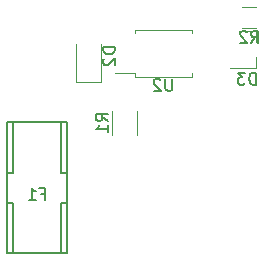
<source format=gbr>
G04 #@! TF.GenerationSoftware,KiCad,Pcbnew,(5.0.2)-1*
G04 #@! TF.CreationDate,2020-01-19T23:31:25+01:00*
G04 #@! TF.ProjectId,loftrelayRound,6c6f6674-7265-46c6-9179-526f756e642e,rev?*
G04 #@! TF.SameCoordinates,Original*
G04 #@! TF.FileFunction,Legend,Bot*
G04 #@! TF.FilePolarity,Positive*
%FSLAX46Y46*%
G04 Gerber Fmt 4.6, Leading zero omitted, Abs format (unit mm)*
G04 Created by KiCad (PCBNEW (5.0.2)-1) date 19/01/2020 23:31:25*
%MOMM*%
%LPD*%
G01*
G04 APERTURE LIST*
%ADD10C,0.120000*%
%ADD11C,0.150000*%
G04 APERTURE END LIST*
D10*
G04 #@! TO.C,R1*
X136090000Y-107236000D02*
X136090000Y-109236000D01*
X138230000Y-109236000D02*
X138230000Y-107236000D01*
G04 #@! TO.C,R2*
X147148000Y-100194000D02*
X148348000Y-100194000D01*
X148348000Y-98434000D02*
X147148000Y-98434000D01*
G04 #@! TO.C,D2*
X133052000Y-104792000D02*
X133052000Y-101592000D01*
X135172000Y-101592000D02*
X135172000Y-104792000D01*
X135172000Y-104792000D02*
X133052000Y-104792000D01*
G04 #@! TO.C,U2*
X142862000Y-104362000D02*
X142862000Y-104062000D01*
X138062000Y-104362000D02*
X142862000Y-104362000D01*
X138062000Y-104062000D02*
X138062000Y-104362000D01*
X138062000Y-100362000D02*
X138062000Y-100662000D01*
X142862000Y-100362000D02*
X138062000Y-100362000D01*
X142862000Y-100662000D02*
X142862000Y-100362000D01*
X138062000Y-104062000D02*
X136362000Y-104062000D01*
G04 #@! TO.C,D3*
X148318000Y-100462000D02*
X148318000Y-101392000D01*
X148318000Y-103622000D02*
X148318000Y-102692000D01*
X148318000Y-103622000D02*
X146158000Y-103622000D01*
X148318000Y-100462000D02*
X146858000Y-100462000D01*
D11*
G04 #@! TO.C,F1*
X127254000Y-119253000D02*
X132334000Y-119253000D01*
X132334000Y-108204000D02*
X127254000Y-108204000D01*
X132334000Y-108204000D02*
X132334000Y-119253000D01*
X127254000Y-119253000D02*
X127254000Y-108204000D01*
X127762000Y-115062000D02*
X127254000Y-115062000D01*
X127762000Y-119253000D02*
X127762000Y-115062000D01*
X131826000Y-115062000D02*
X132334000Y-115062000D01*
X131826000Y-119253000D02*
X131826000Y-115062000D01*
X131826000Y-112522000D02*
X132334000Y-112522000D01*
X131826000Y-108204000D02*
X131826000Y-112522000D01*
X127762000Y-112522000D02*
X127254000Y-112522000D01*
X127762000Y-108204000D02*
X127762000Y-112522000D01*
G04 #@! TO.C,R1*
X135762380Y-108069333D02*
X135286190Y-107736000D01*
X135762380Y-107497904D02*
X134762380Y-107497904D01*
X134762380Y-107878857D01*
X134810000Y-107974095D01*
X134857619Y-108021714D01*
X134952857Y-108069333D01*
X135095714Y-108069333D01*
X135190952Y-108021714D01*
X135238571Y-107974095D01*
X135286190Y-107878857D01*
X135286190Y-107497904D01*
X135762380Y-109021714D02*
X135762380Y-108450285D01*
X135762380Y-108736000D02*
X134762380Y-108736000D01*
X134905238Y-108640761D01*
X135000476Y-108545523D01*
X135048095Y-108450285D01*
G04 #@! TO.C,R2*
X147914666Y-101466380D02*
X148248000Y-100990190D01*
X148486095Y-101466380D02*
X148486095Y-100466380D01*
X148105142Y-100466380D01*
X148009904Y-100514000D01*
X147962285Y-100561619D01*
X147914666Y-100656857D01*
X147914666Y-100799714D01*
X147962285Y-100894952D01*
X148009904Y-100942571D01*
X148105142Y-100990190D01*
X148486095Y-100990190D01*
X147533714Y-100561619D02*
X147486095Y-100514000D01*
X147390857Y-100466380D01*
X147152761Y-100466380D01*
X147057523Y-100514000D01*
X147009904Y-100561619D01*
X146962285Y-100656857D01*
X146962285Y-100752095D01*
X147009904Y-100894952D01*
X147581333Y-101466380D01*
X146962285Y-101466380D01*
G04 #@! TO.C,D2*
X136364380Y-101853904D02*
X135364380Y-101853904D01*
X135364380Y-102092000D01*
X135412000Y-102234857D01*
X135507238Y-102330095D01*
X135602476Y-102377714D01*
X135792952Y-102425333D01*
X135935809Y-102425333D01*
X136126285Y-102377714D01*
X136221523Y-102330095D01*
X136316761Y-102234857D01*
X136364380Y-102092000D01*
X136364380Y-101853904D01*
X135459619Y-102806285D02*
X135412000Y-102853904D01*
X135364380Y-102949142D01*
X135364380Y-103187238D01*
X135412000Y-103282476D01*
X135459619Y-103330095D01*
X135554857Y-103377714D01*
X135650095Y-103377714D01*
X135792952Y-103330095D01*
X136364380Y-102758666D01*
X136364380Y-103377714D01*
G04 #@! TO.C,U2*
X141223904Y-104514380D02*
X141223904Y-105323904D01*
X141176285Y-105419142D01*
X141128666Y-105466761D01*
X141033428Y-105514380D01*
X140842952Y-105514380D01*
X140747714Y-105466761D01*
X140700095Y-105419142D01*
X140652476Y-105323904D01*
X140652476Y-104514380D01*
X140223904Y-104609619D02*
X140176285Y-104562000D01*
X140081047Y-104514380D01*
X139842952Y-104514380D01*
X139747714Y-104562000D01*
X139700095Y-104609619D01*
X139652476Y-104704857D01*
X139652476Y-104800095D01*
X139700095Y-104942952D01*
X140271523Y-105514380D01*
X139652476Y-105514380D01*
G04 #@! TO.C,D3*
X148296095Y-104994380D02*
X148296095Y-103994380D01*
X148058000Y-103994380D01*
X147915142Y-104042000D01*
X147819904Y-104137238D01*
X147772285Y-104232476D01*
X147724666Y-104422952D01*
X147724666Y-104565809D01*
X147772285Y-104756285D01*
X147819904Y-104851523D01*
X147915142Y-104946761D01*
X148058000Y-104994380D01*
X148296095Y-104994380D01*
X147391333Y-103994380D02*
X146772285Y-103994380D01*
X147105619Y-104375333D01*
X146962761Y-104375333D01*
X146867523Y-104422952D01*
X146819904Y-104470571D01*
X146772285Y-104565809D01*
X146772285Y-104803904D01*
X146819904Y-104899142D01*
X146867523Y-104946761D01*
X146962761Y-104994380D01*
X147248476Y-104994380D01*
X147343714Y-104946761D01*
X147391333Y-104899142D01*
G04 #@! TO.C,F1*
X130127333Y-114228571D02*
X130460666Y-114228571D01*
X130460666Y-114752380D02*
X130460666Y-113752380D01*
X129984476Y-113752380D01*
X129079714Y-114752380D02*
X129651142Y-114752380D01*
X129365428Y-114752380D02*
X129365428Y-113752380D01*
X129460666Y-113895238D01*
X129555904Y-113990476D01*
X129651142Y-114038095D01*
G04 #@! TD*
M02*

</source>
